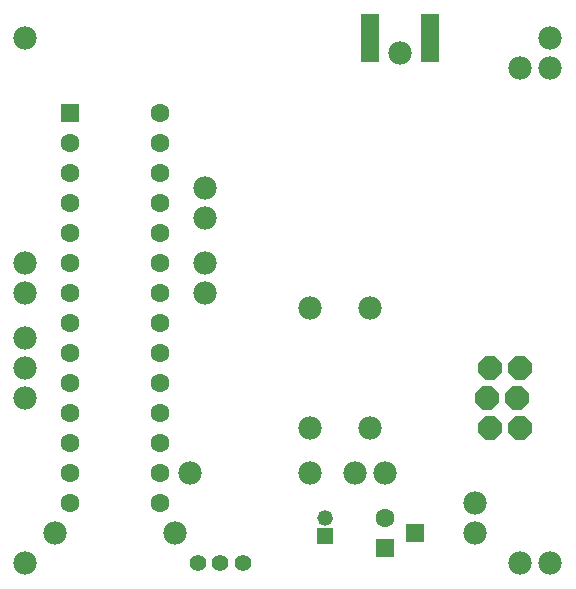
<source format=gbs>
G75*
G70*
%OFA0B0*%
%FSLAX24Y24*%
%IPPOS*%
%LPD*%
%AMOC8*
5,1,8,0,0,1.08239X$1,22.5*
%
%ADD10C,0.0555*%
%ADD11OC8,0.0780*%
%ADD12R,0.0640X0.1640*%
%ADD13C,0.0780*%
%ADD14R,0.0630X0.0630*%
%ADD15C,0.0630*%
%ADD16R,0.0520X0.0520*%
%ADD17C,0.0520*%
D10*
X007430Y002180D03*
X008180Y002180D03*
X008930Y002180D03*
D11*
X017080Y007680D03*
X017180Y006680D03*
X018080Y007680D03*
X018180Y006680D03*
X018180Y008680D03*
X017180Y008680D03*
D12*
X015180Y019680D03*
X013180Y019680D03*
D13*
X001680Y002180D03*
X002680Y003180D03*
X006680Y003180D03*
X007180Y005180D03*
X011180Y005180D03*
X011180Y006680D03*
X012680Y005180D03*
X013680Y005180D03*
X013180Y006680D03*
X016680Y004180D03*
X016680Y003180D03*
X018180Y002180D03*
X019180Y002180D03*
X013180Y010680D03*
X011180Y010680D03*
X007680Y011180D03*
X007680Y012180D03*
X007680Y013680D03*
X007680Y014680D03*
X001680Y012180D03*
X001680Y011180D03*
X001680Y009680D03*
X001680Y008680D03*
X001680Y007680D03*
X001680Y019680D03*
X014180Y019180D03*
X018180Y018680D03*
X019180Y018680D03*
X019180Y019680D03*
D14*
X003180Y017180D03*
X014680Y003180D03*
X013680Y002680D03*
D15*
X013680Y003680D03*
X006180Y004180D03*
X006180Y005180D03*
X006180Y006180D03*
X006180Y007180D03*
X006180Y008180D03*
X006180Y009180D03*
X006180Y010180D03*
X006180Y011180D03*
X006180Y012180D03*
X006180Y013180D03*
X006180Y014180D03*
X006180Y015180D03*
X006180Y016180D03*
X006180Y017180D03*
X003180Y016180D03*
X003180Y015180D03*
X003180Y014180D03*
X003180Y013180D03*
X003180Y012180D03*
X003180Y011180D03*
X003180Y010180D03*
X003180Y009180D03*
X003180Y008180D03*
X003180Y007180D03*
X003180Y006180D03*
X003180Y005180D03*
X003180Y004180D03*
D16*
X011680Y003090D03*
D17*
X011680Y003680D03*
M02*

</source>
